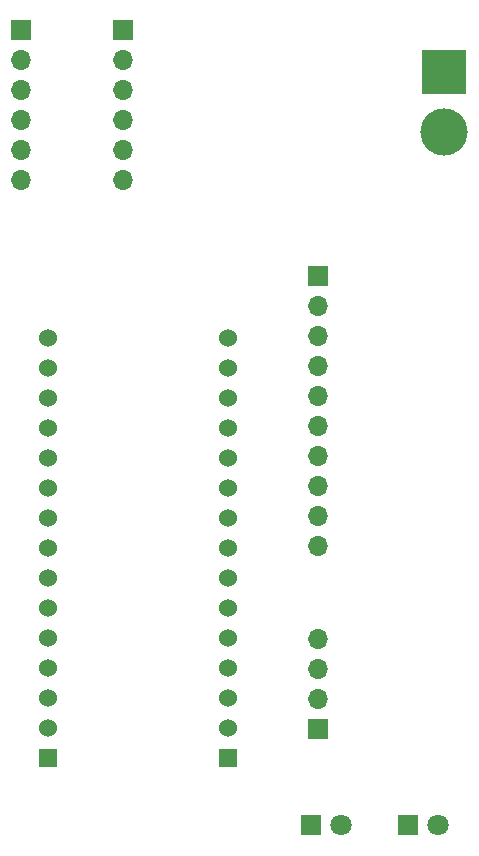
<source format=gbr>
%TF.GenerationSoftware,KiCad,Pcbnew,(6.0.7)*%
%TF.CreationDate,2023-08-30T15:26:21+09:00*%
%TF.ProjectId,graduate-project,67726164-7561-4746-952d-70726f6a6563,rev?*%
%TF.SameCoordinates,Original*%
%TF.FileFunction,Soldermask,Bot*%
%TF.FilePolarity,Negative*%
%FSLAX46Y46*%
G04 Gerber Fmt 4.6, Leading zero omitted, Abs format (unit mm)*
G04 Created by KiCad (PCBNEW (6.0.7)) date 2023-08-30 15:26:21*
%MOMM*%
%LPD*%
G01*
G04 APERTURE LIST*
%ADD10R,1.700000X1.700000*%
%ADD11O,1.700000X1.700000*%
%ADD12R,1.800000X1.800000*%
%ADD13C,1.800000*%
%ADD14R,1.530000X1.530000*%
%ADD15C,1.530000*%
%ADD16R,3.800000X3.800000*%
%ADD17C,4.000000*%
G04 APERTURE END LIST*
D10*
%TO.C,J2*%
X78765000Y-64038000D03*
D11*
X78765000Y-66578000D03*
X78765000Y-69118000D03*
X78765000Y-71658000D03*
X78765000Y-74198000D03*
X78765000Y-76738000D03*
X78765000Y-79278000D03*
X78765000Y-81818000D03*
X78765000Y-84358000D03*
X78765000Y-86898000D03*
%TD*%
D12*
%TO.C,D1*%
X78100000Y-110490000D03*
D13*
X80640000Y-110490000D03*
%TD*%
D12*
%TO.C,D2*%
X86355000Y-110490000D03*
D13*
X88895000Y-110490000D03*
%TD*%
D14*
%TO.C,U1*%
X71120000Y-104861000D03*
D15*
X71120000Y-102321000D03*
X71120000Y-99781000D03*
X71120000Y-97241000D03*
X71120000Y-94701000D03*
X71120000Y-92161000D03*
X71120000Y-89621000D03*
X71120000Y-87081000D03*
X71120000Y-84541000D03*
X71120000Y-82001000D03*
X71120000Y-79461000D03*
X71120000Y-76921000D03*
X71120000Y-74381000D03*
X71120000Y-71841000D03*
X71120000Y-69301000D03*
D14*
X55880000Y-104861000D03*
D15*
X55880000Y-102321000D03*
X55880000Y-99781000D03*
X55880000Y-97241000D03*
X55880000Y-94701000D03*
X55880000Y-92161000D03*
X55880000Y-89621000D03*
X55880000Y-87081000D03*
X55880000Y-84541000D03*
X55880000Y-82001000D03*
X55880000Y-79461000D03*
X55880000Y-76921000D03*
X55880000Y-74381000D03*
X55880000Y-71841000D03*
X55880000Y-69301000D03*
%TD*%
D10*
%TO.C,J5*%
X53619000Y-43205000D03*
D11*
X53619000Y-45745000D03*
X53619000Y-48285000D03*
X53619000Y-50825000D03*
X53619000Y-53365000D03*
X53619000Y-55905000D03*
%TD*%
D10*
%TO.C,J3*%
X78740000Y-102362000D03*
D11*
X78740000Y-99822000D03*
X78740000Y-97282000D03*
X78740000Y-94742000D03*
%TD*%
D16*
%TO.C,J1*%
X89408000Y-46776000D03*
D17*
X89408000Y-51776000D03*
%TD*%
D11*
%TO.C,J4*%
X62255000Y-55905000D03*
X62255000Y-53365000D03*
X62255000Y-50825000D03*
X62255000Y-48285000D03*
X62255000Y-45745000D03*
D10*
X62255000Y-43205000D03*
%TD*%
M02*

</source>
